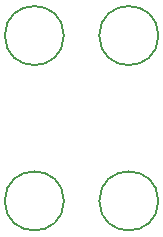
<source format=gbr>
%TF.GenerationSoftware,KiCad,Pcbnew,(6.0.9)*%
%TF.CreationDate,2023-01-09T21:32:37-09:00*%
%TF.ProjectId,ABSIS_Hall_Sensor,41425349-535f-4486-916c-6c5f53656e73,rev?*%
%TF.SameCoordinates,Original*%
%TF.FileFunction,Other,Comment*%
%FSLAX46Y46*%
G04 Gerber Fmt 4.6, Leading zero omitted, Abs format (unit mm)*
G04 Created by KiCad (PCBNEW (6.0.9)) date 2023-01-09 21:32:37*
%MOMM*%
%LPD*%
G01*
G04 APERTURE LIST*
%ADD10C,0.150000*%
G04 APERTURE END LIST*
D10*
%TO.C,H2*%
X11500000Y-17000000D02*
G75*
G03*
X11500000Y-17000000I-2500000J0D01*
G01*
%TO.C,H1*%
X11500000Y-3000000D02*
G75*
G03*
X11500000Y-3000000I-2500000J0D01*
G01*
%TO.C,H4*%
X19500000Y-3000000D02*
G75*
G03*
X19500000Y-3000000I-2500000J0D01*
G01*
%TO.C,H3*%
X19500000Y-17000000D02*
G75*
G03*
X19500000Y-17000000I-2500000J0D01*
G01*
%TD*%
M02*

</source>
